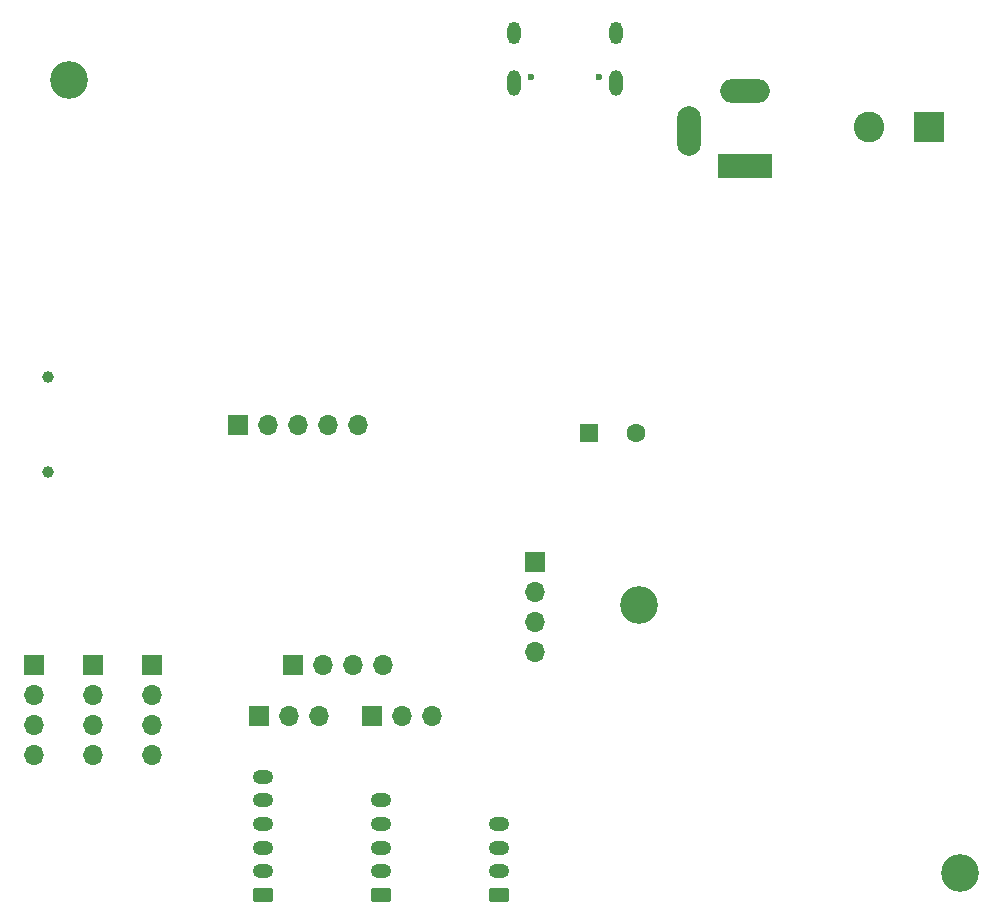
<source format=gbr>
%TF.GenerationSoftware,KiCad,Pcbnew,8.0.2*%
%TF.CreationDate,2025-04-18T13:43:38+02:00*%
%TF.ProjectId,Mini-me-pcb,4d696e69-2d6d-4652-9d70-63622e6b6963,rev?*%
%TF.SameCoordinates,Original*%
%TF.FileFunction,Soldermask,Bot*%
%TF.FilePolarity,Negative*%
%FSLAX46Y46*%
G04 Gerber Fmt 4.6, Leading zero omitted, Abs format (unit mm)*
G04 Created by KiCad (PCBNEW 8.0.2) date 2025-04-18 13:43:38*
%MOMM*%
%LPD*%
G01*
G04 APERTURE LIST*
G04 Aperture macros list*
%AMRoundRect*
0 Rectangle with rounded corners*
0 $1 Rounding radius*
0 $2 $3 $4 $5 $6 $7 $8 $9 X,Y pos of 4 corners*
0 Add a 4 corners polygon primitive as box body*
4,1,4,$2,$3,$4,$5,$6,$7,$8,$9,$2,$3,0*
0 Add four circle primitives for the rounded corners*
1,1,$1+$1,$2,$3*
1,1,$1+$1,$4,$5*
1,1,$1+$1,$6,$7*
1,1,$1+$1,$8,$9*
0 Add four rect primitives between the rounded corners*
20,1,$1+$1,$2,$3,$4,$5,0*
20,1,$1+$1,$4,$5,$6,$7,0*
20,1,$1+$1,$6,$7,$8,$9,0*
20,1,$1+$1,$8,$9,$2,$3,0*%
G04 Aperture macros list end*
%ADD10R,1.700000X1.700000*%
%ADD11O,1.700000X1.700000*%
%ADD12RoundRect,0.250000X0.625000X-0.350000X0.625000X0.350000X-0.625000X0.350000X-0.625000X-0.350000X0*%
%ADD13O,1.750000X1.200000*%
%ADD14R,4.600000X2.000000*%
%ADD15O,4.200000X2.000000*%
%ADD16O,2.000000X4.200000*%
%ADD17R,2.600000X2.600000*%
%ADD18C,2.600000*%
%ADD19R,1.600000X1.600000*%
%ADD20C,1.600000*%
%ADD21C,3.200000*%
%ADD22C,1.000000*%
%ADD23C,0.600000*%
%ADD24O,1.104000X2.204000*%
%ADD25O,1.104000X1.904000*%
G04 APERTURE END LIST*
D10*
%TO.C,J16*%
X142240000Y-68707000D03*
D11*
X144780000Y-68707000D03*
X147320000Y-68707000D03*
X149860000Y-68707000D03*
X152400000Y-68707000D03*
%TD*%
D10*
%TO.C,J14*%
X124921000Y-89037000D03*
D11*
X124921000Y-91577000D03*
X124921000Y-94117000D03*
X124921000Y-96657000D03*
%TD*%
D10*
%TO.C,J13*%
X129921000Y-89037000D03*
D11*
X129921000Y-91577000D03*
X129921000Y-94117000D03*
X129921000Y-96657000D03*
%TD*%
D12*
%TO.C,J12*%
X164338000Y-108489000D03*
D13*
X164338000Y-106489000D03*
X164338000Y-104489000D03*
X164338000Y-102489000D03*
%TD*%
D14*
%TO.C,J2*%
X185166000Y-46736000D03*
D15*
X185166000Y-40436000D03*
D16*
X180366000Y-43836000D03*
%TD*%
D10*
%TO.C,J8*%
X167386000Y-80264000D03*
D11*
X167386000Y-82804000D03*
X167386000Y-85344000D03*
X167386000Y-87884000D03*
%TD*%
D17*
%TO.C,J3*%
X200665000Y-43510000D03*
D18*
X195585000Y-43510000D03*
%TD*%
D10*
%TO.C,J5*%
X153543000Y-93345000D03*
D11*
X156083000Y-93345000D03*
X158623000Y-93345000D03*
%TD*%
D19*
%TO.C,BZ1*%
X171900000Y-69400000D03*
D20*
X175900000Y-69400000D03*
%TD*%
D21*
%TO.C,H2*%
X203300000Y-106600000D03*
%TD*%
D12*
%TO.C,J9*%
X154338000Y-108489000D03*
D13*
X154338000Y-106489000D03*
X154338000Y-104489000D03*
X154338000Y-102489000D03*
X154338000Y-100489000D03*
%TD*%
D10*
%TO.C,J6*%
X144018000Y-93345000D03*
D11*
X146558000Y-93345000D03*
X149098000Y-93345000D03*
%TD*%
D12*
%TO.C,J10*%
X144338000Y-108489000D03*
D13*
X144338000Y-106489000D03*
X144338000Y-104489000D03*
X144338000Y-102489000D03*
X144338000Y-100489000D03*
X144338000Y-98489000D03*
%TD*%
D22*
%TO.C,J18*%
X126100000Y-64650000D03*
X126100000Y-72650000D03*
%TD*%
D21*
%TO.C,H1*%
X127920000Y-39528000D03*
%TD*%
D23*
%TO.C,J1*%
X172788000Y-39228500D03*
X167008000Y-39228500D03*
D24*
X174223000Y-39718500D03*
X165573000Y-39718500D03*
D25*
X174223000Y-35548500D03*
X165573000Y-35548500D03*
%TD*%
D10*
%TO.C,J15*%
X134921000Y-89037000D03*
D11*
X134921000Y-91577000D03*
X134921000Y-94117000D03*
X134921000Y-96657000D03*
%TD*%
D21*
%TO.C,H3*%
X176149000Y-83947000D03*
%TD*%
D10*
%TO.C,J7*%
X146822000Y-89027000D03*
D11*
X149362000Y-89027000D03*
X151902000Y-89027000D03*
X154442000Y-89027000D03*
%TD*%
M02*

</source>
